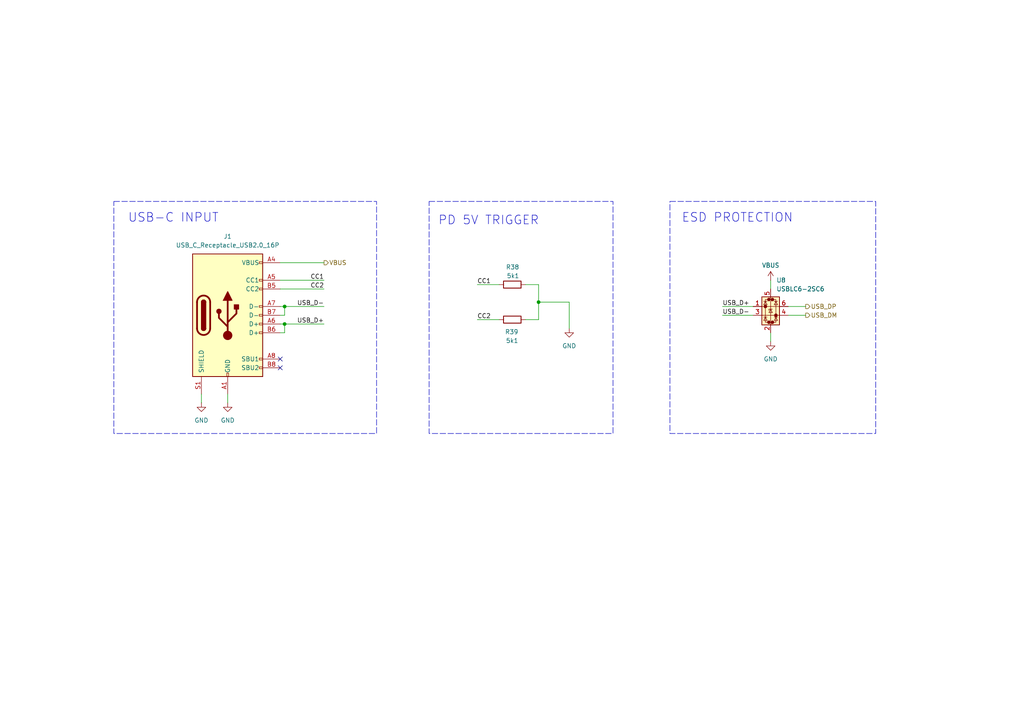
<source format=kicad_sch>
(kicad_sch (version 20231120) (generator "eeschema") (generator_version "8.0")
  (paper "A4")
  (lib_symbols
    (symbol "Connector:USB_C_Receptacle_USB2.0_16P" (pin_names (offset 1.016))
      (property "Reference" "J" (at 0 22.225 0))
      (property "Value" "USB_C_Receptacle_USB2.0_16P" (at 0 19.685 0))
      (symbol "USB_C_Receptacle_USB2.0_16P_0_0"
        (rectangle (start -0.254 -17.78) (end 0.254 -16.764))
        (rectangle (start 10.16 -14.986) (end 9.144 -15.494))
        (rectangle (start 10.16 -12.446) (end 9.144 -12.954))
        (rectangle (start 10.16 -4.826) (end 9.144 -5.334))
        (rectangle (start 10.16 -2.286) (end 9.144 -2.794))
        (rectangle (start 10.16 0.254) (end 9.144 -0.254))
        (rectangle (start 10.16 2.794) (end 9.144 2.286))
        (rectangle (start 10.16 7.874) (end 9.144 7.366))
        (rectangle (start 10.16 10.414) (end 9.144 9.906))
        (rectangle (start 10.16 15.494) (end 9.144 14.986))
      )
      (symbol "USB_C_Receptacle_USB2.0_16P_0_1"
        (rectangle (start -10.16 17.78) (end 10.16 -17.78) (stroke (width 0.254)) (fill (type background)))
        (arc (start -8.89 -3.81) (mid -6.985 -5.7067) (end -5.08 -3.81) (stroke (width 0.508)))
        (arc (start -7.62 -3.81) (mid -6.985 -4.4423) (end -6.35 -3.81) (stroke (width 0.254)))
        (arc (start -7.62 -3.81) (mid -6.985 -4.4423) (end -6.35 -3.81) (stroke (width 0.254)) (fill (type outline)))
        (rectangle (start -7.62 -3.81) (end -6.35 3.81) (stroke (width 0.254)) (fill (type outline)))
        (arc (start -6.35 3.81) (mid -6.985 4.4423) (end -7.62 3.81) (stroke (width 0.254)))
        (arc (start -6.35 3.81) (mid -6.985 4.4423) (end -7.62 3.81) (stroke (width 0.254)) (fill (type outline)))
        (arc (start -5.08 3.81) (mid -6.985 5.7067) (end -8.89 3.81) (stroke (width 0.508)))
        (circle (center -2.54 1.143) (radius 0.635) (stroke (width 0.254)) (fill (type outline)))
        (circle (center 0 -5.842) (radius 1.27) (fill (type outline)))
        (polyline (pts (xy -8.89 -3.81) (xy -8.89 3.81)) (stroke (width 0.508)))
        (polyline (pts (xy -5.08 3.81) (xy -5.08 -3.81)) (stroke (width 0.508)))
        (polyline (pts (xy 0 -5.842) (xy 0 4.318)) (stroke (width 0.508)))
        (polyline (pts (xy 0 -3.302) (xy -2.54 -0.762) (xy -2.54 0.508)) (stroke (width 0.508)))
        (polyline (pts (xy 0 -2.032) (xy 2.54 0.508) (xy 2.54 1.778)) (stroke (width 0.508)))
        (polyline (pts (xy -1.27 4.318) (xy 0 6.858) (xy 1.27 4.318) (xy -1.27 4.318)) (stroke (width 0.254)) (fill (type outline)))
        (rectangle (start 1.905 1.778) (end 3.175 3.048) (stroke (width 0.254)) (fill (type outline)))
      )
      (symbol "USB_C_Receptacle_USB2.0_16P_1_1"
        (pin passive line (at 0 -22.86 90) (length 5.08) (name "GND") (number "A1"))
        (pin passive line (at 0 -22.86 90) (length 5.08) hide (name "GND") (number "A12"))
        (pin passive line (at 15.24 15.24 180) (length 5.08) (name "VBUS") (number "A4"))
        (pin bidirectional line (at 15.24 10.16 180) (length 5.08) (name "CC1") (number "A5"))
        (pin bidirectional line (at 15.24 -2.54 180) (length 5.08) (name "D+") (number "A6"))
        (pin bidirectional line (at 15.24 2.54 180) (length 5.08) (name "D-") (number "A7"))
        (pin bidirectional line (at 15.24 -12.7 180) (length 5.08) (name "SBU1") (number "A8"))
        (pin passive line (at 15.24 15.24 180) (length 5.08) hide (name "VBUS") (number "A9"))
        (pin passive line (at 0 -22.86 90) (length 5.08) hide (name "GND") (number "B1"))
        (pin passive line (at 0 -22.86 90) (length 5.08) hide (name "GND") (number "B12"))
        (pin passive line (at 15.24 15.24 180) (length 5.08) hide (name "VBUS") (number "B4"))
        (pin bidirectional line (at 15.24 7.62 180) (length 5.08) (name "CC2") (number "B5"))
        (pin bidirectional line (at 15.24 -5.08 180) (length 5.08) (name "D+") (number "B6"))
        (pin bidirectional line (at 15.24 0 180) (length 5.08) (name "D-") (number "B7"))
        (pin bidirectional line (at 15.24 -15.24 180) (length 5.08) (name "SBU2") (number "B8"))
        (pin passive line (at 15.24 15.24 180) (length 5.08) hide (name "VBUS") (number "B9"))
        (pin passive line (at -7.62 -22.86 90) (length 5.08) (name "SHIELD") (number "S1"))
      )
    )
    (symbol "Device:R" (pin_numbers hide) (pin_names (offset 0))
      (property "Reference" "R" (at 2.032 0 90))
      (property "Value" "R" (at 0 0 90))
      (symbol "R_0_1"
        (rectangle (start -1.016 -2.54) (end 1.016 2.54) (stroke (width 0.254)))
      )
      (symbol "R_1_1"
        (pin passive line (at 0 3.81 270) (length 1.27) (name "~") (number "1"))
        (pin passive line (at 0 -3.81 90) (length 1.27) (name "~") (number "2"))
      )
    )
    (symbol "Power_Protection:USBLC6-2SC6" (pin_names hide)
      (property "Reference" "U" (at 0.635 5.715 0))
      (property "Value" "USBLC6-2SC6" (at 0.635 3.81 0))
      (symbol "USBLC6-2SC6_0_0"
        (circle (center -1.524 0) (radius 0.0001) (stroke (width 0.508)))
        (circle (center -0.508 -4.572) (radius 0.0001) (stroke (width 0.508)))
        (circle (center -0.508 2.032) (radius 0.0001) (stroke (width 0.508)))
        (circle (center 0.508 -4.572) (radius 0.0001) (stroke (width 0.508)))
        (circle (center 0.508 2.032) (radius 0.0001) (stroke (width 0.508)))
        (circle (center 1.524 -2.54) (radius 0.0001) (stroke (width 0.508)))
      )
      (symbol "USBLC6-2SC6_0_1"
        (polyline (pts (xy -2.54 -2.54) (xy 2.54 -2.54)))
        (polyline (pts (xy -2.54 0) (xy 2.54 0)))
        (polyline (pts (xy -2.032 -3.048) (xy -1.016 -3.048)))
        (polyline (pts (xy -1.016 1.524) (xy -2.032 1.524)))
        (polyline (pts (xy 1.016 -3.048) (xy 2.032 -3.048)))
        (polyline (pts (xy 1.016 1.524) (xy 2.032 1.524)))
        (polyline (pts (xy -0.508 -1.143) (xy -0.508 -0.762) (xy 0.508 -0.762)))
        (polyline (pts (xy -2.032 0.508) (xy -1.016 0.508) (xy -1.524 1.524) (xy -2.032 0.508)))
        (polyline (pts (xy -1.016 -4.064) (xy -2.032 -4.064) (xy -1.524 -3.048) (xy -1.016 -4.064)))
        (polyline (pts (xy 0.508 -1.778) (xy -0.508 -1.778) (xy 0 -0.762) (xy 0.508 -1.778)))
        (polyline (pts (xy 2.032 -4.064) (xy 1.016 -4.064) (xy 1.524 -3.048) (xy 2.032 -4.064)))
        (polyline (pts (xy 2.032 0.508) (xy 1.016 0.508) (xy 1.524 1.524) (xy 2.032 0.508)))
        (polyline (pts (xy 0 2.54) (xy -0.508 2.032) (xy 0.508 2.032) (xy 0 1.524) (xy 0 -4.064) (xy -0.508 -4.572) (xy 0.508 -4.572) (xy 0 -5.08)))
      )
      (symbol "USBLC6-2SC6_1_1"
        (rectangle (start -2.54 2.794) (end 2.54 -5.334) (stroke (width 0.254)) (fill (type background)))
        (polyline (pts (xy -0.508 2.032) (xy -1.524 2.032) (xy -1.524 -4.572) (xy -0.508 -4.572)))
        (polyline (pts (xy 0.508 -4.572) (xy 1.524 -4.572) (xy 1.524 2.032) (xy 0.508 2.032)))
        (pin passive line (at -5.08 0 0) (length 2.54) (name "I/O1") (number "1"))
        (pin passive line (at 0 -7.62 90) (length 2.54) (name "GND") (number "2"))
        (pin passive line (at -5.08 -2.54 0) (length 2.54) (name "I/O2") (number "3"))
        (pin passive line (at 5.08 -2.54 180) (length 2.54) (name "I/O2") (number "4"))
        (pin passive line (at 0 5.08 270) (length 2.54) (name "VBUS") (number "5"))
        (pin passive line (at 5.08 0 180) (length 2.54) (name "I/O1") (number "6"))
      )
    )
    (symbol "power:GND" (power) (pin_numbers hide) (pin_names (offset 0) hide)
      (property "Value" "GND" (at 0 -3.81 0))
      (symbol "GND_0_1"
        (polyline (pts (xy 0 0) (xy 0 -1.27) (xy 1.27 -1.27) (xy 0 -2.54) (xy -1.27 -1.27) (xy 0 -1.27)))
      )
      (symbol "GND_1_1"
        (pin power_in line (at 0 0 270) (length 0) (name "~") (number "1"))
      )
    )
    (symbol "power:VBUS" (power) (pin_numbers hide) (pin_names (offset 0) hide)
      (property "Value" "VBUS" (at 0 3.556 0))
      (symbol "VBUS_0_1"
        (polyline (pts (xy -0.762 1.27) (xy 0 2.54)))
        (polyline (pts (xy 0 0) (xy 0 2.54)))
        (polyline (pts (xy 0 2.54) (xy 0.762 1.27)))
      )
      (symbol "VBUS_1_1"
        (pin power_in line (at 0 0 90) (length 0) (name "~") (number "1"))
      )
    )
  )
  (junction (at 82.55 93.98))
  (junction (at 82.55 88.9))
  (junction (at 156.21 87.63))
  (no_connect (at 81.28 104.14))
  (no_connect (at 81.28 106.68))
  (wire (pts (xy 156.21 87.63) (xy 156.21 92.71)))
  (wire (pts (xy 223.52 96.52) (xy 223.52 99.06)))
  (wire (pts (xy 228.6 91.44) (xy 233.68 91.44)))
  (wire (pts (xy 152.4 82.55) (xy 156.21 82.55)))
  (wire (pts (xy 81.28 81.28) (xy 93.98 81.28)))
  (wire (pts (xy 81.28 91.44) (xy 82.55 91.44)))
  (wire (pts (xy 58.42 114.3) (xy 58.42 116.84)))
  (wire (pts (xy 156.21 82.55) (xy 156.21 87.63)))
  (wire (pts (xy 144.78 92.71) (xy 138.43 92.71)))
  (wire (pts (xy 81.28 76.2) (xy 93.98 76.2)))
  (wire (pts (xy 152.4 92.71) (xy 156.21 92.71)))
  (wire (pts (xy 82.55 93.98) (xy 82.55 96.52)))
  (wire (pts (xy 82.55 88.9) (xy 93.98 88.9)))
  (wire (pts (xy 82.55 93.98) (xy 93.98 93.98)))
  (wire (pts (xy 165.1 87.63) (xy 156.21 87.63)))
  (wire (pts (xy 209.55 91.44) (xy 218.44 91.44)))
  (wire (pts (xy 223.52 81.28) (xy 223.52 83.82)))
  (wire (pts (xy 82.55 91.44) (xy 82.55 88.9)))
  (wire (pts (xy 81.28 83.82) (xy 93.98 83.82)))
  (wire (pts (xy 82.55 96.52) (xy 81.28 96.52)))
  (wire (pts (xy 165.1 95.25) (xy 165.1 87.63)))
  (wire (pts (xy 81.28 88.9) (xy 82.55 88.9)))
  (wire (pts (xy 66.04 114.3) (xy 66.04 116.84)))
  (wire (pts (xy 81.28 93.98) (xy 82.55 93.98)))
  (wire (pts (xy 144.78 82.55) (xy 138.43 82.55)))
  (wire (pts (xy 228.6 88.9) (xy 233.68 88.9)))
  (wire (pts (xy 209.55 88.9) (xy 218.44 88.9)))
  (rectangle (start 33.02 58.42) (end 109.22 125.73) (stroke (width 0) (type dash)))
  (rectangle (start 194.31 58.42) (end 254 125.73) (stroke (width 0) (type dash)))
  (rectangle (start 124.46 58.42) (end 177.8 125.73) (stroke (width 0) (type dash)))
  (text "ESD PROTECTION" (at 213.868 63.246 0) (effects (font (size 2.54 2.54))))
  (text "PD 5V TRIGGER" (at 141.732 64.008 0) (effects (font (size 2.54 2.54))))
  (text "USB-C INPUT" (at 50.292 63.246 0) (effects (font (size 2.54 2.54))))
  (label "USB_D+" (at 93.98 93.98 180))
  (label "USB_D+" (at 209.55 88.9 0))
  (label "USB_D-" (at 209.55 91.44 0))
  (label "USB_D-" (at 93.98 88.9 180))
  (label "CC1" (at 138.43 82.55 0))
  (label "CC2" (at 138.43 92.71 0))
  (label "CC1" (at 93.98 81.28 180))
  (label "CC2" (at 93.98 83.82 180))
  (hierarchical_label "VBUS" (shape output) (at 93.98 76.2 0))
  (hierarchical_label "USB_DP" (shape output) (at 233.68 88.9 0))
  (hierarchical_label "USB_DM" (shape output) (at 233.68 91.44 0))
  (symbol (lib_id "power:VBUS") (at 223.52 81.28 0) (unit 1)
    (property "Reference" "#PWR078" (effects (hide yes)))
    (property "Value" "VBUS" (at 223.52 76.962 0))
    (property "Description" "Power symbol creates a global label with name \"VBUS\"" (effects (hide yes)))
  )
  (symbol (lib_id "power:GND") (at 165.1 95.25 0) (unit 1)
    (property "Reference" "#PWR077" (effects (hide yes)))
    (property "Value" "GND" (at 165.1 100.33 0))
    (property "Description" "Power symbol creates a global label with name \"GND\" , ground" (effects (hide yes)))
  )
  (symbol (lib_id "Device:R") (at 148.59 82.55 90) (unit 1)
    (property "Reference" "R38" (at 150.622 77.47 90) (effects (justify left)))
    (property "Value" "5k1" (at 150.622 80.01 90) (effects (justify left)))
    (property "Footprint" "Resistor_SMD:R_0603_1608Metric" (effects (hide yes)))
    (property "Description" "Resistor" (effects (hide yes)))
  )
  (symbol (lib_id "power:GND") (at 223.52 99.06 0) (unit 1)
    (property "Reference" "#PWR079" (effects (hide yes)))
    (property "Value" "GND" (at 223.52 104.14 0))
    (property "Description" "Power symbol creates a global label with name \"GND\" , ground" (effects (hide yes)))
  )
  (symbol (lib_id "power:GND") (at 58.42 116.84 0) (unit 1)
    (property "Reference" "#PWR075" (effects (hide yes)))
    (property "Value" "GND" (at 58.42 121.92 0))
    (property "Description" "Power symbol creates a global label with name \"GND\" , ground" (effects (hide yes)))
  )
  (symbol (lib_id "Connector:USB_C_Receptacle_USB2.0_16P") (at 66.04 91.44 0) (unit 1)
    (property "Reference" "J1" (at 66.04 68.58 0))
    (property "Value" "USB_C_Receptacle_USB2.0_16P" (at 66.04 71.12 0))
    (property "Footprint" "Connector_USB:USB_C_Receptacle_GCT_USB4105-xx-A_16P_TopMnt_Horizontal" (effects (hide yes)))
    (property "Datasheet" "https://www.usb.org/sites/default/files/documents/usb_type-c.zip" (effects (hide yes)))
    (property "Description" "USB 2.0-only 16P Type-C Receptacle connector" (effects (hide yes)))
  )
  (symbol (lib_id "power:GND") (at 66.04 116.84 0) (unit 1)
    (property "Reference" "#PWR076" (effects (hide yes)))
    (property "Value" "GND" (at 66.04 121.92 0))
    (property "Description" "Power symbol creates a global label with name \"GND\" , ground" (effects (hide yes)))
  )
  (symbol (lib_id "Device:R") (at 148.59 92.71 90) (unit 1)
    (property "Reference" "R39" (at 150.368 96.266 90) (effects (justify left)))
    (property "Value" "5k1" (at 150.368 98.806 90) (effects (justify left)))
    (property "Footprint" "Resistor_SMD:R_0603_1608Metric" (effects (hide yes)))
    (property "Description" "Resistor" (effects (hide yes)))
  )
  (symbol (lib_id "Power_Protection:USBLC6-2SC6") (at 223.52 88.9 0) (unit 1)
    (property "Reference" "U8" (at 225.1711 81.28 0) (effects (justify left)))
    (property "Value" "USBLC6-2SC6" (at 225.1711 83.82 0) (effects (justify left)))
    (property "Footprint" "Package_TO_SOT_SMD:SOT-23-6" (effects (hide yes)))
    (property "Datasheet" "https://www.st.com/resource/en/datasheet/usblc6-2.pdf" (effects (hide yes)))
    (property "Description" "Very low capacitance ESD protection diode, 2 data-line, SOT-23-6" (effects (hide yes)))
  )
)
</source>
